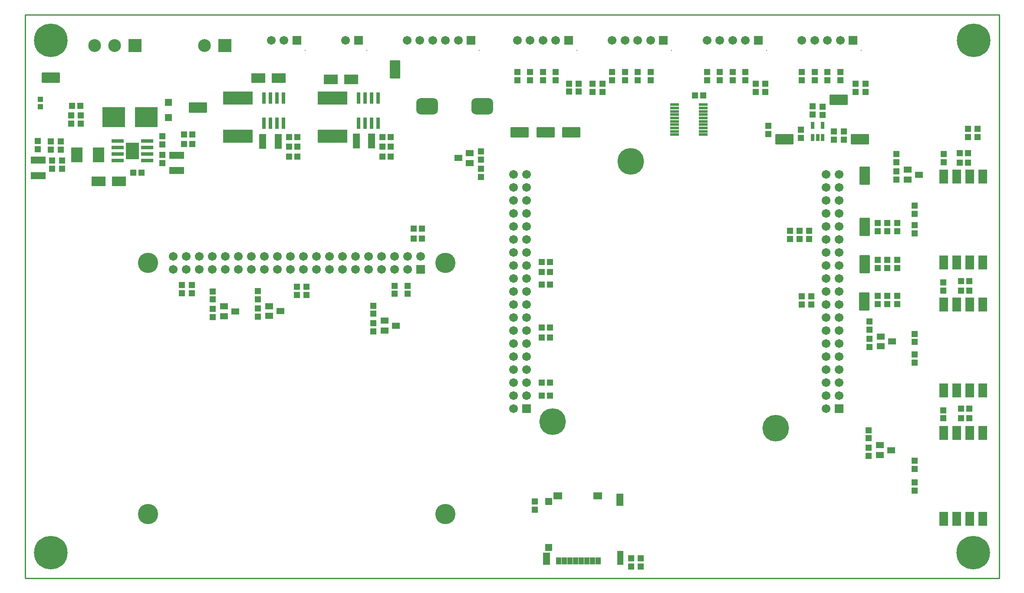
<source format=gts>
G04*
G04 #@! TF.GenerationSoftware,Altium Limited,Altium Designer,18.1.11 (251)*
G04*
G04 Layer_Color=8388736*
%FSLAX25Y25*%
%MOIN*%
G70*
G01*
G75*
%ADD12C,0.01000*%
%ADD46R,0.04737X0.04540*%
%ADD47R,0.03950X0.05682*%
%ADD48R,0.04540X0.10642*%
%ADD49R,0.05328X0.09461*%
%ADD50R,0.05367X0.05721*%
%ADD51R,0.05367X0.05524*%
%ADD52R,0.06706X0.05328*%
G04:AMPARAMS|DCode=53|XSize=143.04mil|YSize=78.08mil|CornerRadius=7.5mil|HoleSize=0mil|Usage=FLASHONLY|Rotation=0.000|XOffset=0mil|YOffset=0mil|HoleType=Round|Shape=RoundedRectangle|*
%AMROUNDEDRECTD53*
21,1,0.14304,0.06307,0,0,0.0*
21,1,0.12803,0.07808,0,0,0.0*
1,1,0.01501,0.06402,-0.03154*
1,1,0.01501,-0.06402,-0.03154*
1,1,0.01501,-0.06402,0.03154*
1,1,0.01501,0.06402,0.03154*
%
%ADD53ROUNDEDRECTD53*%
%ADD54R,0.03950X0.03950*%
%ADD55R,0.11430X0.05328*%
%ADD56R,0.04540X0.04737*%
%ADD57R,0.10642X0.07493*%
%ADD58R,0.05524X0.05524*%
%ADD59R,0.17493X0.15800*%
%ADD60R,0.09461X0.02769*%
%ADD61R,0.10249X0.13005*%
%ADD62R,0.03162X0.05524*%
G04:AMPARAMS|DCode=63|XSize=165.48mil|YSize=126.11mil|CornerRadius=33.53mil|HoleSize=0mil|Usage=FLASHONLY|Rotation=180.000|XOffset=0mil|YOffset=0mil|HoleType=Round|Shape=RoundedRectangle|*
%AMROUNDEDRECTD63*
21,1,0.16548,0.05906,0,0,180.0*
21,1,0.09843,0.12611,0,0,180.0*
1,1,0.06706,-0.04921,0.02953*
1,1,0.06706,0.04921,0.02953*
1,1,0.06706,0.04921,-0.02953*
1,1,0.06706,-0.04921,-0.02953*
%
%ADD63ROUNDEDRECTD63*%
%ADD64R,0.06312X0.04737*%
%ADD65R,0.07099X0.01981*%
G04:AMPARAMS|DCode=66|XSize=143.04mil|YSize=78.08mil|CornerRadius=7.5mil|HoleSize=0mil|Usage=FLASHONLY|Rotation=90.000|XOffset=0mil|YOffset=0mil|HoleType=Round|Shape=RoundedRectangle|*
%AMROUNDEDRECTD66*
21,1,0.14304,0.06307,0,0,90.0*
21,1,0.12803,0.07808,0,0,90.0*
1,1,0.01501,0.03154,0.06402*
1,1,0.01501,0.03154,-0.06402*
1,1,0.01501,-0.03154,-0.06402*
1,1,0.01501,-0.03154,0.06402*
%
%ADD66ROUNDEDRECTD66*%
%ADD67R,0.05328X0.11430*%
%ADD68R,0.22847X0.09855*%
%ADD69R,0.06863X0.10800*%
%ADD70R,0.03000X0.08600*%
%ADD71R,0.08674X0.11824*%
%ADD72C,0.09855*%
%ADD73R,0.09855X0.09855*%
%ADD74C,0.20485*%
%ADD75C,0.06706*%
%ADD76R,0.06706X0.06706*%
%ADD77R,0.06706X0.06706*%
%ADD78C,0.15564*%
%ADD79R,0.00800X0.00800*%
%ADD80C,0.25800*%
%ADD81C,0.03000*%
D12*
X0Y0D02*
X748032D01*
X0D02*
Y433071D01*
X748032D01*
X748032Y0D01*
D46*
X570866Y341339D02*
D03*
X570865Y347638D02*
D03*
X645276Y379921D02*
D03*
X645276Y373622D02*
D03*
X637795Y379921D02*
D03*
X637796Y373622D02*
D03*
X568504Y379921D02*
D03*
X568505Y373622D02*
D03*
X561024Y379921D02*
D03*
X561024Y373622D02*
D03*
X443307Y379921D02*
D03*
X443308Y373622D02*
D03*
X435827Y379921D02*
D03*
X435827Y373622D02*
D03*
X105512Y339764D02*
D03*
X105512Y333464D02*
D03*
X9843Y335827D02*
D03*
X9843Y329527D02*
D03*
X28346Y320866D02*
D03*
X28347Y314567D02*
D03*
X20866Y320866D02*
D03*
X20867Y314567D02*
D03*
X42913Y355610D02*
D03*
X42914Y349311D02*
D03*
X35433Y355610D02*
D03*
X35434Y349311D02*
D03*
X27460Y335531D02*
D03*
X27460Y329232D02*
D03*
X19685Y329232D02*
D03*
X19684Y335532D02*
D03*
X105512Y325197D02*
D03*
X105512Y318897D02*
D03*
X417716Y380118D02*
D03*
X417717Y373819D02*
D03*
X425197Y380118D02*
D03*
X425197Y373819D02*
D03*
X391339Y59055D02*
D03*
X391339Y52756D02*
D03*
X216142Y224016D02*
D03*
X216142Y217716D02*
D03*
X208661Y217717D02*
D03*
X208661Y224016D02*
D03*
X127953Y225197D02*
D03*
X127953Y218897D02*
D03*
X120472Y218898D02*
D03*
X120472Y225197D02*
D03*
X596457Y389008D02*
D03*
X596457Y382708D02*
D03*
X523622Y388976D02*
D03*
X523623Y382677D02*
D03*
X450787Y388976D02*
D03*
X450788Y382677D02*
D03*
X377953Y388976D02*
D03*
X377953Y382677D02*
D03*
X683071Y67323D02*
D03*
X683070Y73622D02*
D03*
X683071Y165748D02*
D03*
X683070Y172048D02*
D03*
X683071Y187795D02*
D03*
X683072Y181496D02*
D03*
X683071Y90158D02*
D03*
X683072Y83858D02*
D03*
X683071Y264961D02*
D03*
X683070Y271260D02*
D03*
X683071Y286221D02*
D03*
X683072Y279921D02*
D03*
X604724Y356299D02*
D03*
X604724Y362599D02*
D03*
X595669Y338189D02*
D03*
X595669Y344489D02*
D03*
X612598Y355906D02*
D03*
X612598Y362205D02*
D03*
X628740Y343307D02*
D03*
X628740Y337008D02*
D03*
X621260Y337008D02*
D03*
X621259Y343307D02*
D03*
X472835Y9055D02*
D03*
X472834Y15355D02*
D03*
X465354Y9055D02*
D03*
X465354Y15355D02*
D03*
X603938Y210236D02*
D03*
X603937Y216535D02*
D03*
X596457Y210236D02*
D03*
X596456Y216536D02*
D03*
X350000Y314567D02*
D03*
X350001Y308267D02*
D03*
X350000Y327953D02*
D03*
X350001Y321653D02*
D03*
X533465Y388976D02*
D03*
X533465Y382677D02*
D03*
X543307Y388976D02*
D03*
X543308Y382677D02*
D03*
X553150Y388976D02*
D03*
X553150Y382677D02*
D03*
X470472Y388976D02*
D03*
X470473Y382677D02*
D03*
X460630Y388976D02*
D03*
X460631Y382677D02*
D03*
X480315Y388976D02*
D03*
X480316Y382677D02*
D03*
X625984Y389008D02*
D03*
X625985Y382708D02*
D03*
X616142Y389008D02*
D03*
X616142Y382708D02*
D03*
X606299Y388976D02*
D03*
X606300Y382677D02*
D03*
X397638Y388976D02*
D03*
X397638Y382677D02*
D03*
X407480Y388976D02*
D03*
X407481Y382677D02*
D03*
X387795Y388976D02*
D03*
X387796Y382677D02*
D03*
X178740Y220598D02*
D03*
X178741Y214299D02*
D03*
X178740Y200913D02*
D03*
X178740Y207213D02*
D03*
X647638Y113779D02*
D03*
X647638Y107480D02*
D03*
X647638Y94095D02*
D03*
X647637Y100394D02*
D03*
X144095Y220472D02*
D03*
X144095Y214173D02*
D03*
X283858Y224803D02*
D03*
X283858Y218504D02*
D03*
X293661Y224803D02*
D03*
X293661Y218504D02*
D03*
X267323Y209449D02*
D03*
X267323Y203149D02*
D03*
X267323Y189764D02*
D03*
X267322Y196063D02*
D03*
X648425Y197244D02*
D03*
X648426Y190945D02*
D03*
X648425Y177559D02*
D03*
X648425Y183859D02*
D03*
X144095Y200787D02*
D03*
X144094Y207087D02*
D03*
X669165Y306299D02*
D03*
X669165Y312599D02*
D03*
X669165Y325984D02*
D03*
X669166Y319685D02*
D03*
X662205Y210630D02*
D03*
X662204Y216929D02*
D03*
X662205Y238189D02*
D03*
X662204Y244489D02*
D03*
X662205Y266535D02*
D03*
X662204Y272835D02*
D03*
X724016Y345276D02*
D03*
X724016Y338976D02*
D03*
X731496Y345276D02*
D03*
X731497Y338976D02*
D03*
X654724Y210630D02*
D03*
X654724Y216929D02*
D03*
X654724Y238189D02*
D03*
X654724Y244489D02*
D03*
X654724Y266535D02*
D03*
X654724Y272835D02*
D03*
X601968Y266929D02*
D03*
X601969Y260629D02*
D03*
X594882Y260630D02*
D03*
X594881Y266929D02*
D03*
X587440Y266929D02*
D03*
X587441Y260629D02*
D03*
X669685Y266535D02*
D03*
X669684Y272835D02*
D03*
X705512Y325984D02*
D03*
X705512Y319685D02*
D03*
X705118Y227165D02*
D03*
X705119Y220866D02*
D03*
X669685Y238272D02*
D03*
X669684Y244571D02*
D03*
X669685Y210630D02*
D03*
X669684Y216929D02*
D03*
X705118Y129134D02*
D03*
X705119Y122834D02*
D03*
D47*
X439980Y13150D02*
D03*
X435650D02*
D03*
X431319D02*
D03*
X426988D02*
D03*
X422657D02*
D03*
X418327D02*
D03*
X413996D02*
D03*
X409665D02*
D03*
D48*
X457087Y15630D02*
D03*
D49*
X400433Y15039D02*
D03*
X456693Y60236D02*
D03*
D50*
X402028Y23504D02*
D03*
D51*
Y58937D02*
D03*
D52*
X439744Y63366D02*
D03*
X409114D02*
D03*
D53*
X19685Y384646D02*
D03*
X132677Y361515D02*
D03*
X640945Y337402D02*
D03*
X583071Y337402D02*
D03*
X379803Y342520D02*
D03*
X419291D02*
D03*
X399606D02*
D03*
X624803Y367717D02*
D03*
D54*
X11812Y362205D02*
D03*
X11811Y368111D02*
D03*
D55*
X10236Y309449D02*
D03*
Y321260D02*
D03*
X116535Y313169D02*
D03*
Y324980D02*
D03*
D56*
X42520Y363090D02*
D03*
X36220Y363090D02*
D03*
X89370Y311811D02*
D03*
X83070Y311810D02*
D03*
X128347Y341122D02*
D03*
X122047Y341122D02*
D03*
X128347Y333504D02*
D03*
X122047Y333503D02*
D03*
X403150Y185039D02*
D03*
X396850Y185039D02*
D03*
X396850Y192520D02*
D03*
X403150Y192520D02*
D03*
X403150Y235433D02*
D03*
X396850Y235432D02*
D03*
X396850Y242992D02*
D03*
X403150Y242993D02*
D03*
X520866Y370866D02*
D03*
X514567Y370866D02*
D03*
X396850Y140157D02*
D03*
X403150Y140158D02*
D03*
X396850Y225590D02*
D03*
X403150Y225591D02*
D03*
X396850Y150394D02*
D03*
X403150Y150394D02*
D03*
X202756Y331496D02*
D03*
X209055Y331497D02*
D03*
X202795Y338977D02*
D03*
X209095Y338978D02*
D03*
X202756Y324016D02*
D03*
X209055Y324016D02*
D03*
X274409Y324016D02*
D03*
X280709Y324016D02*
D03*
X274409Y331496D02*
D03*
X280709Y331497D02*
D03*
X274409Y338976D02*
D03*
X280709Y338977D02*
D03*
X298425Y268504D02*
D03*
X304725Y268505D02*
D03*
X298425Y261024D02*
D03*
X304725Y261024D02*
D03*
X725197Y130315D02*
D03*
X718897Y130314D02*
D03*
X725197Y122835D02*
D03*
X718897Y122834D02*
D03*
X724016Y326772D02*
D03*
X717716Y326771D02*
D03*
X724016Y319291D02*
D03*
X717716Y319291D02*
D03*
X725197Y220866D02*
D03*
X718897Y220866D02*
D03*
X725197Y228346D02*
D03*
X718897Y228346D02*
D03*
D57*
X72047Y305118D02*
D03*
X56299D02*
D03*
X234646Y383465D02*
D03*
X250394D02*
D03*
X179134Y384252D02*
D03*
X194882D02*
D03*
D58*
X110236Y365551D02*
D03*
Y354134D02*
D03*
D59*
X93258Y354429D02*
D03*
X68160D02*
D03*
D60*
X93901Y335846D02*
D03*
Y330847D02*
D03*
Y325847D02*
D03*
Y320847D02*
D03*
X71263Y330847D02*
D03*
Y335846D02*
D03*
Y325847D02*
D03*
Y320847D02*
D03*
D61*
X82582Y328346D02*
D03*
D62*
X612402Y348031D02*
D03*
X608661Y338583D02*
D03*
X604921D02*
D03*
X612402D02*
D03*
X604921Y348031D02*
D03*
D63*
X351181Y362598D02*
D03*
X308661D02*
D03*
D64*
X332678Y322835D02*
D03*
X341340Y319094D02*
D03*
Y326575D02*
D03*
X665748Y181890D02*
D03*
X657087Y185630D02*
D03*
Y178150D02*
D03*
X161417Y205118D02*
D03*
X152756Y208858D02*
D03*
Y201378D02*
D03*
X686287Y310108D02*
D03*
X677625Y313848D02*
D03*
Y306368D02*
D03*
X664961Y98425D02*
D03*
X656299Y94685D02*
D03*
Y102165D02*
D03*
X196063Y205244D02*
D03*
X187402Y201504D02*
D03*
Y208984D02*
D03*
X284646Y194095D02*
D03*
X275984Y190354D02*
D03*
Y197835D02*
D03*
D65*
X520866Y361319D02*
D03*
Y358760D02*
D03*
Y363878D02*
D03*
Y353642D02*
D03*
Y356201D02*
D03*
Y351083D02*
D03*
Y345965D02*
D03*
Y348524D02*
D03*
Y343406D02*
D03*
Y340846D02*
D03*
X498819Y363878D02*
D03*
Y361319D02*
D03*
Y351083D02*
D03*
Y358760D02*
D03*
Y356201D02*
D03*
Y348524D02*
D03*
Y353642D02*
D03*
Y343406D02*
D03*
Y340846D02*
D03*
Y345965D02*
D03*
D66*
X284252Y390945D02*
D03*
X644488Y212598D02*
D03*
X644882Y309449D02*
D03*
Y241339D02*
D03*
Y270079D02*
D03*
D67*
X266142Y335827D02*
D03*
X254331D02*
D03*
X194350Y335689D02*
D03*
X182539D02*
D03*
D68*
X236181Y368898D02*
D03*
Y339764D02*
D03*
X163386Y368898D02*
D03*
Y339764D02*
D03*
D69*
X735472Y111732D02*
D03*
X725472D02*
D03*
X715472D02*
D03*
X705472D02*
D03*
Y45748D02*
D03*
X715472D02*
D03*
X725472D02*
D03*
X735472D02*
D03*
Y210157D02*
D03*
X725472D02*
D03*
X715472D02*
D03*
X705472D02*
D03*
Y144173D02*
D03*
X715472D02*
D03*
X725472D02*
D03*
X735472D02*
D03*
X735471Y308583D02*
D03*
X725471D02*
D03*
X715471D02*
D03*
X705471D02*
D03*
Y242598D02*
D03*
X715471D02*
D03*
X725471D02*
D03*
X735471D02*
D03*
D70*
X256142Y349705D02*
D03*
X261142D02*
D03*
X266142D02*
D03*
X271142D02*
D03*
Y369105D02*
D03*
X266142D02*
D03*
X261142D02*
D03*
X256142D02*
D03*
X183445Y349532D02*
D03*
X188445D02*
D03*
X193445D02*
D03*
X198445D02*
D03*
Y368932D02*
D03*
X193445D02*
D03*
X188445D02*
D03*
X183445D02*
D03*
D71*
X56300Y325197D02*
D03*
X39764Y325197D02*
D03*
D72*
X53307Y409449D02*
D03*
X68898D02*
D03*
X137874D02*
D03*
D73*
X84488D02*
D03*
X153465D02*
D03*
D74*
X405000Y120472D02*
D03*
X576500Y115472D02*
D03*
X465000Y320472D02*
D03*
D75*
X293661Y247209D02*
D03*
X303661D02*
D03*
X253661D02*
D03*
X273661D02*
D03*
X283661D02*
D03*
X263661D02*
D03*
X243661D02*
D03*
X233661D02*
D03*
X223661D02*
D03*
X213661D02*
D03*
X273661Y237209D02*
D03*
X293661D02*
D03*
X283661D02*
D03*
X263661D02*
D03*
X213661D02*
D03*
X223661D02*
D03*
X203661D02*
D03*
X243661D02*
D03*
X253661D02*
D03*
X233661D02*
D03*
X193661Y247209D02*
D03*
X203661D02*
D03*
X183661D02*
D03*
X163661D02*
D03*
X173661D02*
D03*
X153661D02*
D03*
X123661D02*
D03*
X133661D02*
D03*
X113661D02*
D03*
X143661D02*
D03*
X163661Y237209D02*
D03*
X193661D02*
D03*
X183661D02*
D03*
X173661D02*
D03*
X143661D02*
D03*
X153661D02*
D03*
X123661D02*
D03*
X133661D02*
D03*
X113661D02*
D03*
X375000Y310472D02*
D03*
X385000D02*
D03*
X375000Y300472D02*
D03*
X385000D02*
D03*
X375000Y290472D02*
D03*
X385000D02*
D03*
X375000Y280472D02*
D03*
X385000D02*
D03*
X375000Y270472D02*
D03*
X385000D02*
D03*
X375000Y260472D02*
D03*
X385000D02*
D03*
X375000Y250472D02*
D03*
X385000D02*
D03*
X375000Y240472D02*
D03*
X385000D02*
D03*
X375000Y230472D02*
D03*
X385000D02*
D03*
X375000Y220472D02*
D03*
X385000D02*
D03*
X375000Y210472D02*
D03*
X385000D02*
D03*
X375000Y200472D02*
D03*
X385000D02*
D03*
X375000Y190472D02*
D03*
X385000D02*
D03*
X375000Y180472D02*
D03*
X385000D02*
D03*
X375000Y170472D02*
D03*
X385000D02*
D03*
X375000Y160472D02*
D03*
X385000D02*
D03*
X375000Y150472D02*
D03*
X385000D02*
D03*
X375000Y140472D02*
D03*
X385000D02*
D03*
X375000Y130472D02*
D03*
X615000Y310472D02*
D03*
X625000D02*
D03*
X615000Y300472D02*
D03*
X625000D02*
D03*
X615000Y290472D02*
D03*
X625000D02*
D03*
X615000Y280472D02*
D03*
X625000D02*
D03*
X615000Y270472D02*
D03*
X625000D02*
D03*
X615000Y260472D02*
D03*
X625000D02*
D03*
X615000Y250472D02*
D03*
X625000D02*
D03*
X615000Y240472D02*
D03*
X625000D02*
D03*
X615000Y230472D02*
D03*
X625000D02*
D03*
X615000Y220472D02*
D03*
X625000D02*
D03*
X615000Y210472D02*
D03*
X625000D02*
D03*
X615000Y200472D02*
D03*
X625000D02*
D03*
X615000Y190472D02*
D03*
X625000D02*
D03*
X615000Y180472D02*
D03*
X625000D02*
D03*
X615000Y170472D02*
D03*
X625000D02*
D03*
X615000Y160472D02*
D03*
X625000D02*
D03*
X615000Y150472D02*
D03*
X625000D02*
D03*
X615000Y140472D02*
D03*
X625000D02*
D03*
X615000Y130472D02*
D03*
X198819Y413386D02*
D03*
X188976D02*
D03*
X450787D02*
D03*
X460630D02*
D03*
X470472D02*
D03*
X480315D02*
D03*
X523622Y413386D02*
D03*
X533465D02*
D03*
X543307D02*
D03*
X553150D02*
D03*
X596457Y413386D02*
D03*
X606299D02*
D03*
X616142D02*
D03*
X625984D02*
D03*
X377953D02*
D03*
X387795D02*
D03*
X397638D02*
D03*
X407480D02*
D03*
X293307D02*
D03*
X303150D02*
D03*
X332677D02*
D03*
X322835D02*
D03*
X312992D02*
D03*
X246181D02*
D03*
D76*
X303661Y237209D02*
D03*
D77*
X385000Y130472D02*
D03*
X625000D02*
D03*
X208661Y413386D02*
D03*
X490158D02*
D03*
X562992Y413386D02*
D03*
X635827Y413386D02*
D03*
X417323D02*
D03*
X342520D02*
D03*
X256024D02*
D03*
D78*
X322835Y242209D02*
D03*
Y49295D02*
D03*
X94488Y242209D02*
D03*
Y49295D02*
D03*
D79*
X214961Y405512D02*
D03*
X496457D02*
D03*
X569291Y405512D02*
D03*
X642126Y405512D02*
D03*
X423622D02*
D03*
X348819D02*
D03*
X262323D02*
D03*
D80*
X727953Y19685D02*
D03*
X728346Y413386D02*
D03*
X19685Y19685D02*
D03*
Y413386D02*
D03*
D81*
X85338Y332283D02*
D03*
Y328346D02*
D03*
X80220D02*
D03*
Y332283D02*
D03*
X85338Y324409D02*
D03*
X80220D02*
D03*
M02*

</source>
